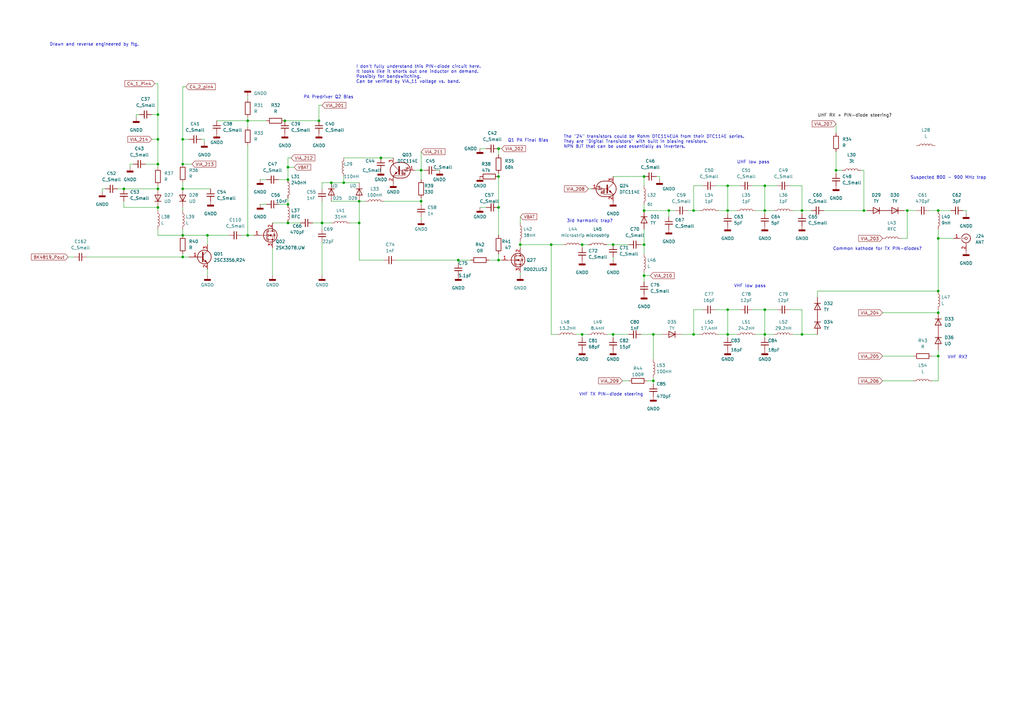
<source format=kicad_sch>
(kicad_sch (version 20230121) (generator eeschema)
  (paper "A3")
  (title_block (title "TX-Chain") (rev "ftg"))
  (lib_symbols
    (symbol "UV-K5:BFR92" (pin_names (offset 0) hide)
      (property "Reference" "Q" (at 5.08 1.905 0))
      (property "Value" "BFR92" (at 5.08 0 0))
      (symbol "BFR92_0_1"
        (polyline (pts (xy 0 0) (xy 0.635 0)))
        (polyline (pts (xy 0.635 0.635) (xy 2.54 2.54)))
        (polyline (pts (xy 2.54 -2.54) (xy 0.635 -0.635)))
        (polyline (pts (xy 0.635 1.905) (xy 0.635 0) (xy 0.635 -1.905) (xy 0.635 -1.905)) (stroke (width 0.508)))
        (polyline (pts (xy 2.286 -2.286) (xy 1.778 -1.27) (xy 1.27 -1.778) (xy 2.286 -2.286) (xy 2.286 -2.286)) (fill (type outline)))
        (circle (center 1.27 0) (radius 2.8194) (stroke (width 0.254)))
      )
      (symbol "BFR92_1_1"
        (pin input line (at -5.08 0 0) (length 5.08) (name "B") (number "1"))
        (pin passive line (at 2.54 -5.08 90) (length 2.54) (name "E") (number "2"))
        (pin passive line (at 2.54 5.08 270) (length 2.54) (name "C") (number "3"))
      )
    )
    (symbol "UV-K5:C_Small" (pin_numbers hide) (pin_names (offset 0.254) hide)
      (property "Reference" "C" (at 0.254 1.778 0))
      (property "Value" "C_Small" (at 0.254 -2.032 0))
      (symbol "C_Small_0_1"
        (polyline (pts (xy -1.524 -0.508) (xy 1.524 -0.508)) (stroke (width 0.3302)))
        (polyline (pts (xy -1.524 0.508) (xy 1.524 0.508)) (stroke (width 0.3048)))
      )
      (symbol "C_Small_1_1"
        (pin passive line (at 0 2.54 270) (length 2.032) (name "~") (number "1"))
        (pin passive line (at 0 -2.54 90) (length 2.032) (name "~") (number "2"))
      )
    )
    (symbol "UV-K5:Conn_Coaxial" (pin_names (offset 1.016) hide)
      (property "Reference" "J" (at 0.254 3.048 0))
      (property "Value" "Conn_Coaxial" (at 2.921 0 90))
      (symbol "Conn_Coaxial_0_1"
        (arc (start -1.778 -0.508) (mid 0.2311 -1.8066) (end 1.778 0) (stroke (width 0.254)))
        (polyline (pts (xy -2.54 0) (xy -0.508 0)))
        (polyline (pts (xy 0 -2.54) (xy 0 -1.778)))
        (circle (center 0 0) (radius 0.508) (stroke (width 0.2032)))
        (arc (start 1.778 0) (mid 0.2099 1.8101) (end -1.778 0.508) (stroke (width 0.254)))
      )
      (symbol "Conn_Coaxial_1_1"
        (pin passive line (at -5.08 0 0) (length 2.54) (name "In") (number "1"))
        (pin passive line (at 0 -5.08 90) (length 2.54) (name "Ext") (number "2"))
      )
    )
    (symbol "UV-K5:D" (pin_numbers hide) (pin_names (offset 1.016) hide)
      (property "Reference" "D" (at 0 2.54 0))
      (property "Value" "D" (at 0 -2.54 0))
      (symbol "D_0_1"
        (polyline (pts (xy -1.27 1.27) (xy -1.27 -1.27)) (stroke (width 0.254)))
        (polyline (pts (xy 1.27 0) (xy -1.27 0)))
        (polyline (pts (xy 1.27 1.27) (xy 1.27 -1.27) (xy -1.27 0) (xy 1.27 1.27)) (stroke (width 0.254)))
      )
      (symbol "D_1_1"
        (pin passive line (at -3.81 0 0) (length 2.54) (name "K") (number "1"))
        (pin passive line (at 3.81 0 180) (length 2.54) (name "A") (number "2"))
      )
    )
    (symbol "UV-K5:DTC114E" (pin_names (offset 0) hide)
      (property "Reference" "Q" (at 5.08 1.905 0))
      (property "Value" "DTC114E" (at 5.08 0 0))
      (symbol "DTC114E_0_0"
        (text "10k" (at -3.302 0.889 0) (effects (font (size 0.508 0.508))))
        (text "10k" (at -2.159 -1.524 900) (effects (font (size 0.508 0.508))))
      )
      (symbol "DTC114E_0_1"
        (circle (center -1.27 0) (radius 0.127))
        (arc (start -1.27 3.175) (mid -4.4312 0) (end -1.27 -3.175) (stroke (width 0.254)))
        (polyline (pts (xy -3.429 0) (xy -3.81 0)))
        (polyline (pts (xy -1.27 -3.175) (xy 0.635 -3.175)) (stroke (width 0.254)))
        (polyline (pts (xy -1.27 3.175) (xy 0.635 3.175)) (stroke (width 0.254)))
        (polyline (pts (xy 0 -0.254) (xy 2.54 2.286)))
        (polyline (pts (xy 0.127 1.524) (xy 0.127 -1.651)) (stroke (width 0.508)) (fill (type outline)))
        (polyline (pts (xy 2.54 2.286) (xy 2.54 2.54)))
        (polyline (pts (xy 2.54 -2.286) (xy 0 0.254) (xy 0 0.254)))
        (polyline (pts (xy 0.889 -1.143) (xy 1.397 -0.635) (xy 1.905 -1.651) (xy 0.889 -1.143)) (fill (type outline)))
        (polyline (pts (xy 0 0) (xy -1.905 0) (xy -2.032 0.508) (xy -2.286 -0.508) (xy -2.54 0.508) (xy -2.794 -0.508) (xy -3.048 0.508) (xy -3.302 -0.508) (xy -3.429 0)))
        (polyline (pts (xy -1.27 0) (xy -1.27 -0.381) (xy -0.762 -0.508) (xy -1.778 -0.762) (xy -0.762 -1.016) (xy -1.778 -1.27) (xy -0.762 -1.524) (xy -1.778 -1.778) (xy -1.27 -1.905) (xy -1.27 -2.286) (xy 2.54 -2.286)))
        (arc (start 0.635 -3.175) (mid 3.7962 0) (end 0.635 3.175) (stroke (width 0.254)))
        (circle (center 2.54 -2.286) (radius 0.127))
      )
      (symbol "DTC114E_1_1"
        (pin input line (at -6.35 0 0) (length 2.54) (name "B") (number "1"))
        (pin passive line (at 2.54 -5.08 90) (length 2.54) (name "E") (number "2"))
        (pin passive line (at 2.54 5.08 270) (length 2.54) (name "C") (number "3"))
      )
    )
    (symbol "UV-K5:IRF540N" (pin_names hide)
      (property "Reference" "Q" (at 6.35 1.905 0))
      (property "Value" "IRF540N" (at 6.35 0 0))
      (symbol "IRF540N_0_1"
        (polyline (pts (xy 0.254 0) (xy -2.54 0)))
        (polyline (pts (xy 0.254 1.905) (xy 0.254 -1.905)) (stroke (width 0.254)))
        (polyline (pts (xy 0.762 -1.27) (xy 0.762 -2.286)) (stroke (width 0.254)))
        (polyline (pts (xy 0.762 0.508) (xy 0.762 -0.508)) (stroke (width 0.254)))
        (polyline (pts (xy 0.762 2.286) (xy 0.762 1.27)) (stroke (width 0.254)))
        (polyline (pts (xy 2.54 2.54) (xy 2.54 1.778)))
        (polyline (pts (xy 2.54 -2.54) (xy 2.54 0) (xy 0.762 0)))
        (polyline (pts (xy 0.762 -1.778) (xy 3.302 -1.778) (xy 3.302 1.778) (xy 0.762 1.778)))
        (polyline (pts (xy 1.016 0) (xy 2.032 0.381) (xy 2.032 -0.381) (xy 1.016 0)) (fill (type outline)))
        (polyline (pts (xy 2.794 0.508) (xy 2.921 0.381) (xy 3.683 0.381) (xy 3.81 0.254)))
        (polyline (pts (xy 3.302 0.381) (xy 2.921 -0.254) (xy 3.683 -0.254) (xy 3.302 0.381)))
        (circle (center 1.651 0) (radius 2.794) (stroke (width 0.254)))
        (circle (center 2.54 -1.778) (radius 0.254) (fill (type outline)))
        (circle (center 2.54 1.778) (radius 0.254) (fill (type outline)))
      )
      (symbol "IRF540N_1_1"
        (pin input line (at -5.08 0 0) (length 2.54) (name "G") (number "1"))
        (pin passive line (at 2.54 5.08 270) (length 2.54) (name "D") (number "2"))
        (pin passive line (at 2.54 -5.08 90) (length 2.54) (name "S") (number "3"))
      )
    )
    (symbol "UV-K5:L" (pin_numbers hide) (pin_names (offset 1.016) hide)
      (property "Reference" "L" (at -1.27 0 90))
      (property "Value" "L" (at 1.905 0 90))
      (symbol "L_0_1"
        (arc (start 0 -2.54) (mid 0.6323 -1.905) (end 0 -1.27))
        (arc (start 0 -1.27) (mid 0.6323 -0.635) (end 0 0))
        (arc (start 0 0) (mid 0.6323 0.635) (end 0 1.27))
        (arc (start 0 1.27) (mid 0.6323 1.905) (end 0 2.54))
      )
      (symbol "L_1_1"
        (pin passive line (at 0 3.81 270) (length 1.27) (name "1") (number "1"))
        (pin passive line (at 0 -3.81 90) (length 1.27) (name "2") (number "2"))
      )
    )
    (symbol "UV-K5:R" (pin_numbers hide) (pin_names (offset 0))
      (property "Reference" "R" (at 2.032 0 90))
      (property "Value" "R" (at 0 0 90))
      (symbol "R_0_1"
        (rectangle (start -1.016 -2.54) (end 1.016 2.54) (stroke (width 0.254)))
      )
      (symbol "R_1_1"
        (pin passive line (at 0 3.81 270) (length 1.27) (name "~") (number "1"))
        (pin passive line (at 0 -3.81 90) (length 1.27) (name "~") (number "2"))
      )
    )
    (symbol "power:GNDD" (power) (pin_names (offset 0))
      (property "Value" "GNDD" (at 0 -3.175 0))
      (symbol "GNDD_0_1"
        (rectangle (start -1.27 -1.524) (end 1.27 -2.032) (stroke (width 0.254)) (fill (type outline)))
        (polyline (pts (xy 0 0) (xy 0 -1.524)))
      )
      (symbol "GNDD_1_1"
        (pin power_in line (at 0 0 270) (length 0) hide (name "GNDD") (number "1"))
      )
    )
  )
  (junction (at 74.93 67.31))
  (junction (at 64.77 67.31))
  (junction (at 204.47 72.39))
  (junction (at 384.81 128.27))
  (junction (at 264.16 72.39))
  (junction (at 384.81 86.36))
  (junction (at 204.47 85.09))
  (junction (at 384.81 119.38))
  (junction (at 213.36 100.33))
  (junction (at 101.6 96.52))
  (junction (at 274.32 86.36))
  (junction (at 101.6 49.53))
  (junction (at 172.72 82.55))
  (junction (at 74.93 105.41))
  (junction (at 284.48 137.16))
  (junction (at 74.93 77.47))
  (junction (at 298.45 86.36))
  (junction (at 354.33 86.36))
  (junction (at 64.77 85.09))
  (junction (at 264.16 86.36))
  (junction (at 384.81 97.79))
  (junction (at 147.32 82.55))
  (junction (at 118.11 91.44))
  (junction (at 132.08 91.44))
  (junction (at 313.69 76.2))
  (junction (at 130.81 49.53))
  (junction (at 147.32 91.44))
  (junction (at 140.97 74.93))
  (junction (at 372.11 86.36))
  (junction (at 264.16 100.33))
  (junction (at 298.45 137.16))
  (junction (at 64.77 57.15))
  (junction (at 226.06 100.33))
  (junction (at 313.69 137.16))
  (junction (at 85.09 96.52))
  (junction (at 251.46 100.33))
  (junction (at 238.76 100.33))
  (junction (at 328.93 86.36))
  (junction (at 313.69 127))
  (junction (at 298.45 76.2))
  (junction (at 187.96 106.68))
  (junction (at 116.84 49.53))
  (junction (at 64.77 46.99))
  (junction (at 342.9 69.85))
  (junction (at 264.16 113.03))
  (junction (at 384.81 146.05))
  (junction (at 74.93 96.52))
  (junction (at 313.69 86.36))
  (junction (at 135.89 74.93))
  (junction (at 328.93 137.16))
  (junction (at 238.76 137.16))
  (junction (at 251.46 137.16))
  (junction (at 172.72 69.85))
  (junction (at 118.11 73.66))
  (junction (at 267.97 137.16))
  (junction (at 64.77 77.47))
  (junction (at 204.47 106.68))
  (junction (at 156.21 64.77))
  (junction (at 284.48 86.36))
  (junction (at 118.11 68.58))
  (junction (at 74.93 57.15))
  (junction (at 267.97 156.21))
  (junction (at 118.11 83.82))
  (junction (at 50.8 77.47))
  (junction (at 298.45 127))
  (junction (at 204.47 60.96))
  (wire (pts (xy 64.77 96.52) (xy 74.93 96.52)))
  (wire (pts (xy 74.93 104.14) (xy 74.93 105.41)))
  (wire (pts (xy 226.06 100.33) (xy 226.06 137.16)))
  (wire (pts (xy 384.81 97.79) (xy 391.16 97.79)))
  (wire (pts (xy 130.81 43.18) (xy 130.81 49.53)))
  (wire (pts (xy 251.46 137.16) (xy 251.46 138.43)))
  (wire (pts (xy 238.76 137.16) (xy 241.3 137.16)))
  (wire (pts (xy 132.08 82.55) (xy 132.08 91.44)))
  (wire (pts (xy 284.48 86.36) (xy 287.02 86.36)))
  (wire (pts (xy 265.43 156.21) (xy 267.97 156.21)))
  (wire (pts (xy 62.23 46.99) (xy 64.77 46.99)))
  (wire (pts (xy 172.72 62.23) (xy 172.72 69.85)))
  (wire (pts (xy 118.11 68.58) (xy 118.11 73.66)))
  (wire (pts (xy 132.08 43.18) (xy 130.81 43.18)))
  (wire (pts (xy 140.97 72.39) (xy 140.97 74.93)))
  (wire (pts (xy 298.45 137.16) (xy 298.45 138.43)))
  (wire (pts (xy 270.51 72.39) (xy 270.51 73.66)))
  (wire (pts (xy 264.16 100.33) (xy 264.16 104.14)))
  (wire (pts (xy 74.93 35.56) (xy 74.93 57.15)))
  (wire (pts (xy 287.02 137.16) (xy 284.48 137.16)))
  (wire (pts (xy 264.16 111.76) (xy 264.16 113.03)))
  (wire (pts (xy 135.89 82.55) (xy 147.32 82.55)))
  (wire (pts (xy 64.77 76.2) (xy 64.77 77.47)))
  (wire (pts (xy 308.61 127) (xy 313.69 127)))
  (wire (pts (xy 264.16 83.82) (xy 264.16 86.36)))
  (wire (pts (xy 213.36 113.03) (xy 213.36 111.76)))
  (wire (pts (xy 135.89 74.93) (xy 132.08 74.93)))
  (wire (pts (xy 309.88 137.16) (xy 313.69 137.16)))
  (wire (pts (xy 342.9 50.8) (xy 342.9 54.61)))
  (wire (pts (xy 172.72 81.28) (xy 172.72 82.55)))
  (wire (pts (xy 274.32 86.36) (xy 274.32 88.9)))
  (wire (pts (xy 238.76 137.16) (xy 238.76 138.43)))
  (wire (pts (xy 53.34 67.31) (xy 53.34 68.58)))
  (wire (pts (xy 264.16 113.03) (xy 264.16 115.57)))
  (wire (pts (xy 55.88 46.99) (xy 55.88 48.26)))
  (wire (pts (xy 64.77 67.31) (xy 64.77 68.58)))
  (wire (pts (xy 238.76 100.33) (xy 238.76 101.6)))
  (wire (pts (xy 74.93 74.93) (xy 74.93 77.47)))
  (wire (pts (xy 64.77 93.98) (xy 64.77 96.52)))
  (wire (pts (xy 62.23 57.15) (xy 64.77 57.15)))
  (wire (pts (xy 118.11 68.58) (xy 120.65 68.58)))
  (wire (pts (xy 135.89 74.93) (xy 140.97 74.93)))
  (wire (pts (xy 342.9 62.23) (xy 342.9 69.85)))
  (wire (pts (xy 267.97 156.21) (xy 267.97 157.48)))
  (wire (pts (xy 172.72 73.66) (xy 172.72 69.85)))
  (wire (pts (xy 325.12 86.36) (xy 328.93 86.36)))
  (wire (pts (xy 85.09 96.52) (xy 93.98 96.52)))
  (wire (pts (xy 298.45 127) (xy 303.53 127)))
  (wire (pts (xy 147.32 82.55) (xy 147.32 91.44)))
  (wire (pts (xy 298.45 76.2) (xy 298.45 86.36)))
  (wire (pts (xy 101.6 49.53) (xy 109.22 49.53)))
  (wire (pts (xy 101.6 48.26) (xy 101.6 49.53)))
  (wire (pts (xy 288.29 76.2) (xy 284.48 76.2)))
  (wire (pts (xy 85.09 113.03) (xy 85.09 110.49)))
  (wire (pts (xy 83.82 57.15) (xy 83.82 58.42)))
  (wire (pts (xy 372.11 86.36) (xy 372.11 97.79)))
  (wire (pts (xy 384.81 97.79) (xy 384.81 119.38)))
  (wire (pts (xy 384.81 93.98) (xy 384.81 97.79)))
  (wire (pts (xy 196.85 60.96) (xy 199.39 60.96)))
  (wire (pts (xy 236.22 137.16) (xy 238.76 137.16)))
  (wire (pts (xy 213.36 100.33) (xy 226.06 100.33)))
  (wire (pts (xy 118.11 91.44) (xy 123.19 91.44)))
  (wire (pts (xy 143.51 91.44) (xy 147.32 91.44)))
  (wire (pts (xy 255.27 156.21) (xy 257.81 156.21)))
  (wire (pts (xy 342.9 69.85) (xy 345.44 69.85)))
  (wire (pts (xy 204.47 85.09) (xy 204.47 96.52)))
  (wire (pts (xy 337.82 86.36) (xy 354.33 86.36)))
  (wire (pts (xy 328.93 137.16) (xy 325.12 137.16)))
  (wire (pts (xy 114.3 83.82) (xy 118.11 83.82)))
  (wire (pts (xy 248.92 137.16) (xy 251.46 137.16)))
  (wire (pts (xy 264.16 86.36) (xy 274.32 86.36)))
  (wire (pts (xy 394.97 86.36) (xy 396.24 86.36)))
  (wire (pts (xy 196.85 85.09) (xy 199.39 85.09)))
  (wire (pts (xy 132.08 99.06) (xy 132.08 113.03)))
  (wire (pts (xy 35.56 105.41) (xy 74.93 105.41)))
  (wire (pts (xy 354.33 69.85) (xy 354.33 86.36)))
  (wire (pts (xy 342.9 69.85) (xy 342.9 71.12)))
  (wire (pts (xy 298.45 76.2) (xy 303.53 76.2)))
  (wire (pts (xy 264.16 113.03) (xy 266.7 113.03)))
  (wire (pts (xy 226.06 137.16) (xy 228.6 137.16)))
  (wire (pts (xy 213.36 99.06) (xy 213.36 100.33)))
  (wire (pts (xy 288.29 127) (xy 284.48 127)))
  (wire (pts (xy 204.47 106.68) (xy 205.74 106.68)))
  (wire (pts (xy 50.8 77.47) (xy 64.77 77.47)))
  (wire (pts (xy 156.21 64.77) (xy 161.29 64.77)))
  (wire (pts (xy 384.81 86.36) (xy 389.89 86.36)))
  (wire (pts (xy 128.27 91.44) (xy 132.08 91.44)))
  (wire (pts (xy 204.47 71.12) (xy 204.47 72.39)))
  (wire (pts (xy 111.76 113.03) (xy 111.76 101.6)))
  (wire (pts (xy 313.69 76.2) (xy 313.69 86.36)))
  (wire (pts (xy 193.04 106.68) (xy 187.96 106.68)))
  (wire (pts (xy 74.93 57.15) (xy 74.93 67.31)))
  (wire (pts (xy 76.2 35.56) (xy 74.93 35.56)))
  (wire (pts (xy 302.26 137.16) (xy 298.45 137.16)))
  (wire (pts (xy 116.84 49.53) (xy 130.81 49.53)))
  (wire (pts (xy 64.77 34.29) (xy 64.77 46.99)))
  (wire (pts (xy 119.38 64.77) (xy 118.11 64.77)))
  (wire (pts (xy 384.81 128.27) (xy 384.81 127)))
  (wire (pts (xy 172.72 88.9) (xy 172.72 90.17)))
  (wire (pts (xy 173.99 69.85) (xy 172.72 69.85)))
  (wire (pts (xy 335.28 119.38) (xy 335.28 121.92)))
  (wire (pts (xy 313.69 137.16) (xy 313.69 138.43)))
  (wire (pts (xy 298.45 86.36) (xy 298.45 87.63)))
  (wire (pts (xy 354.33 86.36) (xy 355.6 86.36)))
  (wire (pts (xy 318.77 127) (xy 313.69 127)))
  (wire (pts (xy 213.36 100.33) (xy 213.36 101.6)))
  (wire (pts (xy 63.5 34.29) (xy 64.77 34.29)))
  (wire (pts (xy 213.36 88.9) (xy 213.36 91.44)))
  (wire (pts (xy 281.94 86.36) (xy 284.48 86.36)))
  (wire (pts (xy 308.61 76.2) (xy 313.69 76.2)))
  (wire (pts (xy 381 86.36) (xy 384.81 86.36)))
  (wire (pts (xy 172.72 82.55) (xy 172.72 83.82)))
  (wire (pts (xy 179.07 69.85) (xy 180.34 69.85)))
  (wire (pts (xy 328.93 137.16) (xy 335.28 137.16)))
  (wire (pts (xy 284.48 127) (xy 284.48 137.16)))
  (wire (pts (xy 226.06 100.33) (xy 231.14 100.33)))
  (wire (pts (xy 372.11 86.36) (xy 375.92 86.36)))
  (wire (pts (xy 313.69 86.36) (xy 317.5 86.36)))
  (wire (pts (xy 147.32 106.68) (xy 157.48 106.68)))
  (wire (pts (xy 313.69 86.36) (xy 313.69 87.63)))
  (wire (pts (xy 293.37 127) (xy 298.45 127)))
  (wire (pts (xy 267.97 154.94) (xy 267.97 156.21)))
  (wire (pts (xy 298.45 137.16) (xy 298.45 127)))
  (wire (pts (xy 269.24 72.39) (xy 270.51 72.39)))
  (wire (pts (xy 264.16 72.39) (xy 264.16 76.2)))
  (wire (pts (xy 384.81 146.05) (xy 384.81 156.21)))
  (wire (pts (xy 41.91 77.47) (xy 41.91 78.74)))
  (wire (pts (xy 101.6 49.53) (xy 101.6 52.07)))
  (wire (pts (xy 149.86 82.55) (xy 147.32 82.55)))
  (wire (pts (xy 114.3 73.66) (xy 118.11 73.66)))
  (wire (pts (xy 328.93 127) (xy 328.93 137.16)))
  (wire (pts (xy 396.24 86.36) (xy 396.24 87.63)))
  (wire (pts (xy 323.85 127) (xy 328.93 127)))
  (wire (pts (xy 204.47 60.96) (xy 205.74 60.96)))
  (wire (pts (xy 274.32 86.36) (xy 276.86 86.36)))
  (wire (pts (xy 74.93 77.47) (xy 86.36 77.47)))
  (wire (pts (xy 43.18 77.47) (xy 41.91 77.47)))
  (wire (pts (xy 251.46 106.68) (xy 251.46 105.41)))
  (wire (pts (xy 251.46 72.39) (xy 264.16 72.39)))
  (wire (pts (xy 313.69 127) (xy 313.69 137.16)))
  (wire (pts (xy 384.81 143.51) (xy 384.81 146.05)))
  (wire (pts (xy 88.9 49.53) (xy 101.6 49.53)))
  (wire (pts (xy 48.26 77.47) (xy 50.8 77.47)))
  (wire (pts (xy 382.27 156.21) (xy 384.81 156.21)))
  (wire (pts (xy 147.32 91.44) (xy 147.32 106.68)))
  (wire (pts (xy 101.6 39.37) (xy 101.6 40.64)))
  (wire (pts (xy 187.96 106.68) (xy 187.96 107.95)))
  (wire (pts (xy 267.97 137.16) (xy 267.97 147.32)))
  (wire (pts (xy 204.47 60.96) (xy 204.47 63.5)))
  (wire (pts (xy 106.68 83.82) (xy 109.22 83.82)))
  (wire (pts (xy 294.64 86.36) (xy 298.45 86.36)))
  (wire (pts (xy 74.93 96.52) (xy 85.09 96.52)))
  (wire (pts (xy 74.93 67.31) (xy 78.74 67.31)))
  (wire (pts (xy 241.3 77.47) (xy 242.57 77.47)))
  (wire (pts (xy 118.11 64.77) (xy 118.11 68.58)))
  (wire (pts (xy 101.6 59.69) (xy 101.6 96.52)))
  (wire (pts (xy 264.16 100.33) (xy 264.16 93.98)))
  (wire (pts (xy 64.77 46.99) (xy 64.77 57.15)))
  (wire (pts (xy 64.77 57.15) (xy 64.77 67.31)))
  (wire (pts (xy 200.66 106.68) (xy 204.47 106.68)))
  (wire (pts (xy 309.88 86.36) (xy 313.69 86.36)))
  (wire (pts (xy 328.93 87.63) (xy 328.93 86.36)))
  (wire (pts (xy 294.64 137.16) (xy 298.45 137.16)))
  (wire (pts (xy 251.46 137.16) (xy 257.81 137.16)))
  (wire (pts (xy 157.48 82.55) (xy 172.72 82.55)))
  (wire (pts (xy 85.09 96.52) (xy 85.09 100.33)))
  (wire (pts (xy 335.28 119.38) (xy 384.81 119.38)))
  (wire (pts (xy 77.47 105.41) (xy 74.93 105.41)))
  (wire (pts (xy 101.6 96.52) (xy 104.14 96.52)))
  (wire (pts (xy 64.77 86.36) (xy 64.77 85.09)))
  (wire (pts (xy 77.47 57.15) (xy 74.93 57.15)))
  (wire (pts (xy 318.77 76.2) (xy 313.69 76.2)))
  (wire (pts (xy 140.97 74.93) (xy 147.32 74.93)))
  (wire (pts (xy 204.47 72.39) (xy 204.47 85.09)))
  (wire (pts (xy 372.11 97.79) (xy 369.57 97.79)))
  (wire (pts (xy 328.93 86.36) (xy 332.74 86.36)))
  (wire (pts (xy 82.55 57.15) (xy 83.82 57.15)))
  (wire (pts (xy 354.33 69.85) (xy 353.06 69.85)))
  (wire (pts (xy 54.61 67.31) (xy 53.34 67.31)))
  (wire (pts (xy 132.08 74.93) (xy 132.08 77.47)))
  (wire (pts (xy 204.47 104.14) (xy 204.47 106.68)))
  (wire (pts (xy 132.08 91.44) (xy 135.89 91.44)))
  (wire (pts (xy 106.68 73.66) (xy 109.22 73.66)))
  (wire (pts (xy 50.8 82.55) (xy 50.8 85.09)))
  (wire (pts (xy 74.93 85.09) (xy 74.93 86.36)))
  (wire (pts (xy 328.93 76.2) (xy 328.93 86.36)))
  (wire (pts (xy 262.89 100.33) (xy 264.16 100.33)))
  (wire (pts (xy 57.15 46.99) (xy 55.88 46.99)))
  (wire (pts (xy 298.45 76.2) (xy 293.37 76.2)))
  (wire (pts (xy 361.95 156.21) (xy 374.65 156.21)))
  (wire (pts (xy 284.48 76.2) (xy 284.48 86.36)))
  (wire (pts (xy 262.89 137.16) (xy 267.97 137.16)))
  (wire (pts (xy 238.76 100.33) (xy 241.3 100.33)))
  (wire (pts (xy 74.93 93.98) (xy 74.93 96.52)))
  (wire (pts (xy 162.56 106.68) (xy 187.96 106.68)))
  (wire (pts (xy 323.85 76.2) (xy 328.93 76.2)))
  (wire (pts (xy 132.08 91.44) (xy 132.08 93.98)))
  (wire (pts (xy 361.95 128.27) (xy 384.81 128.27)))
  (wire (pts (xy 298.45 86.36) (xy 302.26 86.36)))
  (wire (pts (xy 384.81 146.05) (xy 382.27 146.05)))
  (wire (pts (xy 317.5 137.16) (xy 313.69 137.16)))
  (wire (pts (xy 170.18 69.85) (xy 172.72 69.85)))
  (wire (pts (xy 248.92 100.33) (xy 251.46 100.33)))
  (wire (pts (xy 59.69 67.31) (xy 64.77 67.31)))
  (wire (pts (xy 251.46 100.33) (xy 257.81 100.33)))
  (wire (pts (xy 118.11 81.28) (xy 118.11 83.82)))
  (wire (pts (xy 361.95 146.05) (xy 374.65 146.05)))
  (wire (pts (xy 111.76 91.44) (xy 118.11 91.44)))
  (wire (pts (xy 27.94 105.41) (xy 30.48 105.41)))
  (wire (pts (xy 50.8 85.09) (xy 64.77 85.09)))
  (wire (pts (xy 279.4 137.16) (xy 284.48 137.16)))
  (wire (pts (xy 267.97 137.16) (xy 271.78 137.16)))
  (wire (pts (xy 140.97 64.77) (xy 156.21 64.77)))
  (wire (pts (xy 99.06 96.52) (xy 101.6 96.52)))
  (wire (pts (xy 372.11 86.36) (xy 370.84 86.36)))
  (text "VHF low pass\n" (at 300.99 118.11 0) (effects (font (size 1.27 1.27)) (justify left bottom)))
  (text "The \"24\" transistors could be Rohm DTC114EUA from their DTC114E series.\nThey are \"Digital Transistors\" with built in biasing resistors.\nNPN BJT that can be used essentially as inverters. " (at 231.14 60.96 0) (effects (font (size 1.27 1.27)) (justify left bottom)))
  (text "PA Predriver Q2 Bias\n" (at 124.46 40.64 0) (effects (font (size 1.27 1.27)) (justify left bottom)))
  (text "Drawn and reverse engineered by ftg.\n" (at 20.32 19.05 0) (effects (font (size 1.27 1.27)) (justify left bottom)))
  (text "VHF RX?" (at 388.62 147.32 0) (effects (font (size 1.27 1.27)) (justify left bottom)))
  (text "UHF low pass\n" (at 302.26 67.31 0) (effects (font (size 1.27 1.27)) (justify left bottom)))
  (text "Suspected 800 - 900 MHz trap\n" (at 373.38 73.66 0) (effects (font (size 1.27 1.27)) (justify left bottom)))
  (text "Common kathode for TX PIN-diodes?\n" (at 341.63 102.87 0) (effects (font (size 1.27 1.27)) (justify left bottom)))
  (text "Q1 PA Final Bias\n" (at 208.28 58.42 0) (effects (font (size 1.27 1.27)) (justify left bottom)))
  (text "I don't fully understand this PIN-diode circuit here.\nIt looks like it shorts out one inductor on demand.\nPossibly for bandswitching.\nCan be verified by VIA_11 voltage vs. band." (at 146.05 34.29 0) (effects (font (size 1.27 1.27)) (justify left bottom)))
  (text "3rd harmonic trap?" (at 232.41 91.44 0) (effects (font (size 1.27 1.27)) (justify left bottom)))
  (text "VHF TX PIN-diode steering" (at 237.49 162.56 0) (effects (font (size 1.27 1.27)) (justify left bottom)))
  (label "UHF RX + PIN-diode steering?" (at 335.28 48.26 0))
  (global_label "VIA_210" (shape input) (at 266.7 113.03 0) (property "Intersheetrefs" "${INTERSHEET_REFS}" (at 276.4912 112.9506 0) (effects (justify left))))
  (global_label "C4_1_Pin4" (shape input) (at 63.5 34.29 180) (property "Intersheetrefs" "${INTERSHEET_REFS}" (at 51.2293 34.2106 0) (effects (justify right))))
  (global_label "VIA_214" (shape input) (at 62.23 57.15 180) (property "Intersheetrefs" "${INTERSHEET_REFS}" (at 52.4388 57.0706 0) (effects (justify right))))
  (global_label "VIA_208" (shape input) (at 241.3 77.47 180) (property "Intersheetrefs" "${INTERSHEET_REFS}" (at 231.5088 77.3906 0) (effects (justify right))))
  (global_label "VIA_207" (shape input) (at 342.9 50.8 180) (property "Intersheetrefs" "${INTERSHEET_REFS}" (at 333.1088 50.7206 0) (effects (justify right))))
  (global_label "VIA_203" (shape input) (at 361.95 97.79 180) (property "Intersheetrefs" "${INTERSHEET_REFS}" (at 352.1588 97.7106 0) (effects (justify right))))
  (global_label "VIA_211" (shape input) (at 172.72 62.23 0) (property "Intersheetrefs" "${INTERSHEET_REFS}" (at 182.5112 62.1506 0) (effects (justify left))))
  (global_label "VIA_206" (shape input) (at 361.95 156.21 180) (property "Intersheetrefs" "${INTERSHEET_REFS}" (at 352.1588 156.1306 0) (effects (justify right))))
  (global_label "VIA_205" (shape input) (at 361.95 146.05 180) (property "Intersheetrefs" "${INTERSHEET_REFS}" (at 352.1588 145.9706 0) (effects (justify right))))
  (global_label "VIA_213" (shape input) (at 78.74 67.31 0) (property "Intersheetrefs" "${INTERSHEET_REFS}" (at 88.5312 67.2306 0) (effects (justify left))))
  (global_label "VIA_201" (shape input) (at 132.08 43.18 0) (property "Intersheetrefs" "${INTERSHEET_REFS}" (at 141.8712 43.1006 0) (effects (justify left))))
  (global_label "VBAT" (shape input) (at 213.36 88.9 0) (property "Intersheetrefs" "${INTERSHEET_REFS}" (at 220.1879 88.8206 0) (effects (justify left))))
  (global_label "VIA_204" (shape input) (at 361.95 128.27 180) (property "Intersheetrefs" "${INTERSHEET_REFS}" (at 352.1588 128.1906 0) (effects (justify right))))
  (global_label "VIA_212" (shape input) (at 119.38 64.77 0) (property "Intersheetrefs" "${INTERSHEET_REFS}" (at 129.1712 64.6906 0) (effects (justify left))))
  (global_label "BK4819_Pout" (shape input) (at 27.94 105.41 180) (property "Intersheetrefs" "${INTERSHEET_REFS}" (at 12.3949 105.41 0) (effects (justify right))))
  (global_label "VIA_209" (shape input) (at 255.27 156.21 180) (property "Intersheetrefs" "${INTERSHEET_REFS}" (at 245.4788 156.1306 0) (effects (justify right))))
  (global_label "VBAT" (shape input) (at 120.65 68.58 0) (property "Intersheetrefs" "${INTERSHEET_REFS}" (at 127.4779 68.5006 0) (effects (justify left))))
  (global_label "VIA_202" (shape input) (at 205.74 60.96 0) (property "Intersheetrefs" "${INTERSHEET_REFS}" (at 215.5312 60.8806 0) (effects (justify left))))
  (global_label "C4_2_pin4" (shape input) (at 76.2 35.56 0) (property "Intersheetrefs" "${INTERSHEET_REFS}" (at 88.3498 35.4806 0) (effects (justify left))))
  (symbol (lib_id "UV-K5:L") (at 379.73 59.69 90) (unit 1)
    (property "Reference" "L28" (at 379.73 53.34 90))
    (property "Value" "L" (at 379.73 55.88 90))
  )
  (symbol (lib_id "power:GNDD") (at 180.34 69.85 0) (unit 1)
    (property "Reference" "#PWR049" (effects hide))
    (property "Value" "GNDD" (at 182.88 73.66 0) (effects (justify right)))
  )
  (symbol (lib_id "UV-K5:C_Small") (at 335.28 86.36 270) (unit 1)
    (property "Reference" "C60" (at 335.2736 80.01 90))
    (property "Value" "C_Small" (at 335.2736 82.55 90))
  )
  (symbol (lib_id "power:GNDD") (at 130.81 54.61 0) (unit 1)
    (property "Reference" "#PWR044" (effects hide))
    (property "Value" "GNDD" (at 130.81 59.69 0))
  )
  (symbol (lib_id "UV-K5:C_Small") (at 86.36 80.01 0) (unit 1)
    (property "Reference" "C54" (at 88.9 78.7462 0) (effects (justify left)))
    (property "Value" "C_Small" (at 88.9 81.2862 0) (effects (justify left)))
  )
  (symbol (lib_id "UV-K5:C_Small") (at 260.35 137.16 270) (unit 1)
    (property "Reference" "C80" (at 260.35 132.08 90))
    (property "Value" "1nF" (at 260.35 134.62 90))
  )
  (symbol (lib_id "UV-K5:C_Small") (at 116.84 52.07 0) (unit 1)
    (property "Reference" "C39" (at 119.38 50.8062 0) (effects (justify left)))
    (property "Value" "C_Small" (at 119.38 53.3462 0) (effects (justify left)))
  )
  (symbol (lib_id "power:GNDD") (at 132.08 113.03 0) (unit 1)
    (property "Reference" "#PWR067" (effects hide))
    (property "Value" "GNDD" (at 132.08 116.84 0))
  )
  (symbol (lib_id "power:GNDD") (at 298.45 143.51 0) (unit 1)
    (property "Reference" "#PWR077" (effects hide))
    (property "Value" "GNDD" (at 298.45 147.32 0))
  )
  (symbol (lib_id "power:GNDD") (at 270.51 73.66 0) (unit 1)
    (property "Reference" "#PWR052" (effects hide))
    (property "Value" "GNDD" (at 274.32 77.47 0))
  )
  (symbol (lib_id "UV-K5:C_Small") (at 238.76 104.14 0) (unit 1)
    (property "Reference" "C72" (at 241.3 102.8762 0) (effects (justify left)))
    (property "Value" "C_Small" (at 241.3 105.4162 0) (effects (justify left)))
  )
  (symbol (lib_id "UV-K5:L") (at 74.93 90.17 0) (unit 1)
    (property "Reference" "L39" (at 76.2 88.9 0) (effects (justify left)))
    (property "Value" "L" (at 76.2 91.44 0) (effects (justify left)))
  )
  (symbol (lib_id "power:GNDD") (at 172.72 90.17 0) (unit 1)
    (property "Reference" "#PWR061" (effects hide))
    (property "Value" "GNDD" (at 172.72 93.98 0))
  )
  (symbol (lib_id "UV-K5:C_Small") (at 342.9 73.66 0) (unit 1)
    (property "Reference" "C48" (at 345.44 72.3962 0) (effects (justify left)))
    (property "Value" "C_Small" (at 345.44 74.9362 0) (effects (justify left)))
  )
  (symbol (lib_id "UV-K5:L") (at 365.76 97.79 90) (unit 1)
    (property "Reference" "L43" (at 365.76 91.44 90))
    (property "Value" "RFC" (at 365.76 93.98 90))
  )
  (symbol (lib_id "power:GNDD") (at 196.85 60.96 0) (unit 1)
    (property "Reference" "#PWR046" (effects hide))
    (property "Value" "GNDD" (at 193.04 60.96 0))
  )
  (symbol (lib_id "power:GNDD") (at 264.16 120.65 0) (unit 1)
    (property "Reference" "#PWR074" (effects hide))
    (property "Value" "GNDD" (at 264.16 125.73 0))
  )
  (symbol (lib_id "UV-K5:DTC114E") (at 248.92 77.47 0) (unit 1)
    (property "Reference" "Q24" (at 254 76.1999 0) (effects (justify left)))
    (property "Value" "DTC114E" (at 254 78.7399 0) (effects (justify left)))
  )
  (symbol (lib_id "UV-K5:C_Small") (at 298.45 140.97 0) (unit 1)
    (property "Reference" "C83" (at 299.72 139.7 0) (effects (justify left)))
    (property "Value" "16pF" (at 299.72 143.51 0) (effects (justify left)))
  )
  (symbol (lib_id "UV-K5:C_Small") (at 96.52 96.52 270) (unit 1)
    (property "Reference" "C110" (at 96.5136 90.17 90))
    (property "Value" "C_Small" (at 96.5136 92.71 90))
  )
  (symbol (lib_id "UV-K5:C_Small") (at 57.15 67.31 270) (unit 1)
    (property "Reference" "C43" (at 57.1436 60.96 90))
    (property "Value" "C_Small" (at 57.1436 63.5 90))
  )
  (symbol (lib_id "UV-K5:L") (at 264.16 107.95 0) (unit 1)
    (property "Reference" "L46" (at 265.43 106.6799 0) (effects (justify left)))
    (property "Value" "L" (at 265.43 109.2199 0) (effects (justify left)))
  )
  (symbol (lib_id "UV-K5:C_Small") (at 264.16 118.11 0) (unit 1)
    (property "Reference" "C76" (at 266.7 116.8462 0) (effects (justify left)))
    (property "Value" "C_Small" (at 266.7 119.38 0) (effects (justify left)))
  )
  (symbol (lib_id "UV-K5:D") (at 275.59 137.16 0) (mirror y) (unit 1)
    (property "Reference" "D35" (at 275.59 132.08 0))
    (property "Value" "TY" (at 275.59 134.62 0))
  )
  (symbol (lib_id "UV-K5:C_Small") (at 378.46 86.36 270) (unit 1)
    (property "Reference" "C61" (at 378.4536 80.01 90))
    (property "Value" "470pF" (at 378.4536 82.55 90))
  )
  (symbol (lib_id "power:GNDD") (at 88.9 54.61 0) (unit 1)
    (property "Reference" "#PWR042" (effects hide))
    (property "Value" "GNDD" (at 88.9 58.42 0))
  )
  (symbol (lib_id "UV-K5:C_Small") (at 132.08 80.01 0) (unit 1)
    (property "Reference" "C55" (at 125.73 78.74 0) (effects (justify left)))
    (property "Value" "1nF" (at 125.73 81.28 0) (effects (justify left)))
  )
  (symbol (lib_id "UV-K5:L") (at 118.11 87.63 0) (unit 1)
    (property "Reference" "L37" (at 119.38 86.3599 0) (effects (justify left)))
    (property "Value" "RFC" (at 119.38 88.8999 0) (effects (justify left)))
  )
  (symbol (lib_id "UV-K5:D") (at 384.81 132.08 90) (mirror x) (unit 1)
    (property "Reference" "D33" (at 387.35 130.8099 90) (effects (justify right)))
    (property "Value" "UD" (at 387.35 133.3499 90) (effects (justify right)))
  )
  (symbol (lib_id "UV-K5:C_Small") (at 290.83 127 270) (unit 1)
    (property "Reference" "C77" (at 290.83 120.65 90))
    (property "Value" "16pF" (at 290.83 123.19 90))
  )
  (symbol (lib_id "power:GNDD") (at 267.97 162.56 0) (unit 1)
    (property "Reference" "#PWR079" (effects hide))
    (property "Value" "GNDD" (at 267.97 167.64 0))
  )
  (symbol (lib_id "UV-K5:R") (at 64.77 72.39 180) (unit 1)
    (property "Reference" "R37" (at 67.31 71.1199 0) (effects (justify right)))
    (property "Value" "R" (at 67.31 73.6599 0) (effects (justify right)))
  )
  (symbol (lib_id "UV-K5:C_Small") (at 130.81 52.07 0) (unit 1)
    (property "Reference" "C40" (at 133.35 50.8062 0) (effects (justify left)))
    (property "Value" "C_Small" (at 133.35 53.3462 0) (effects (justify left)))
  )
  (symbol (lib_id "UV-K5:C_Small") (at 33.02 105.41 270) (unit 1)
    (property "Reference" "C162" (at 33.0136 99.06 90))
    (property "Value" "C_Small" (at 33.0136 101.6 90))
  )
  (symbol (lib_id "power:GNDD") (at 251.46 106.68 0) (unit 1)
    (property "Reference" "#PWR069" (effects hide))
    (property "Value" "GNDD" (at 251.46 111.76 0))
  )
  (symbol (lib_id "power:GNDD") (at 313.69 92.71 0) (unit 1)
    (property "Reference" "#PWR063" (effects hide))
    (property "Value" "GNDD" (at 313.69 97.79 0))
  )
  (symbol (lib_id "UV-K5:D") (at 74.93 81.28 90) (unit 1)
    (property "Reference" "D28" (at 77.47 80.0099 90) (effects (justify right)))
    (property "Value" "UD" (at 77.47 82.5499 90) (effects (justify right)))
  )
  (symbol (lib_id "UV-K5:R") (at 204.47 67.31 180) (unit 1)
    (property "Reference" "R35" (at 207.01 66.0399 0) (effects (justify right)))
    (property "Value" "68k" (at 207.01 68.5799 0) (effects (justify right)))
  )
  (symbol (lib_id "UV-K5:L") (at 153.67 82.55 90) (unit 1)
    (property "Reference" "L33" (at 153.67 77.47 90))
    (property "Value" "100nH" (at 153.67 80.01 90))
  )
  (symbol (lib_id "UV-K5:C_Small") (at 201.93 85.09 270) (unit 1)
    (property "Reference" "C57" (at 200.66 80.01 90))
    (property "Value" "C_Small" (at 200.66 82.55 90))
  )
  (symbol (lib_id "UV-K5:C_Small") (at 176.53 69.85 270) (unit 1)
    (property "Reference" "C45" (at 176.53 66.04 90))
    (property "Value" "C_Small" (at 181.61 68.58 90))
  )
  (symbol (lib_id "UV-K5:DTC114E") (at 163.83 69.85 0) (mirror y) (unit 1)
    (property "Reference" "Q03" (at 168.91 63.5 0) (effects (justify left)))
    (property "Value" "DTC114E" (at 171.45 66.04 0) (effects (justify left)))
  )
  (symbol (lib_id "UV-K5:C_Small") (at 313.69 140.97 0) (unit 1)
    (property "Reference" "C84" (at 314.96 139.7 0) (effects (justify left)))
    (property "Value" "18pF" (at 314.96 143.51 0) (effects (justify left)))
  )
  (symbol (lib_id "UV-K5:C_Small") (at 274.32 91.44 0) (unit 1)
    (property "Reference" "C67" (at 276.86 90.1762 0) (effects (justify left)))
    (property "Value" "C_Small" (at 276.86 92.7162 0) (effects (justify left)))
  )
  (symbol (lib_id "UV-K5:C_Small") (at 160.02 106.68 90) (unit 1)
    (property "Reference" "C74" (at 160.0263 100.33 90))
    (property "Value" "1nF" (at 160.0263 102.87 90))
  )
  (symbol (lib_id "UV-K5:L") (at 234.95 100.33 90) (unit 1)
    (property "Reference" "L44" (at 234.95 93.98 90))
    (property "Value" "microstrip" (at 234.95 96.52 90))
  )
  (symbol (lib_id "power:GNDD") (at 213.36 113.03 0) (unit 1)
    (property "Reference" "#PWR072" (effects hide))
    (property "Value" "GNDD" (at 213.36 118.11 0))
  )
  (symbol (lib_id "UV-K5:L") (at 140.97 68.58 180) (unit 1)
    (property "Reference" "L29" (at 140.97 67.31 0) (effects (justify right)))
    (property "Value" "110nH" (at 140.97 72.39 0) (effects (justify right)))
  )
  (symbol (lib_id "UV-K5:C_Small") (at 156.21 67.31 0) (unit 1)
    (property "Reference" "C44" (at 149.86 66.04 0) (effects (justify left)))
    (property "Value" "C_Small" (at 148.59 69.85 0) (effects (justify left)))
  )
  (symbol (lib_id "power:GNDD") (at 328.93 92.71 0) (unit 1)
    (property "Reference" "#PWR064" (effects hide))
    (property "Value" "GNDD" (at 328.93 97.79 0))
  )
  (symbol (lib_id "power:GNDD") (at 251.46 82.55 0) (unit 1)
    (property "Reference" "#PWR057" (effects hide))
    (property "Value" "GNDD" (at 251.46 87.63 0))
  )
  (symbol (lib_id "power:GNDD") (at 313.69 143.51 0) (unit 1)
    (property "Reference" "#PWR078" (effects hide))
    (property "Value" "GNDD" (at 313.69 147.32 0))
  )
  (symbol (lib_id "UV-K5:C_Small") (at 59.69 46.99 270) (unit 1)
    (property "Reference" "C37" (at 59.6836 40.64 90))
    (property "Value" "C_Small" (at 59.6836 43.18 90))
  )
  (symbol (lib_id "power:GNDD") (at 101.6 39.37 180) (unit 1)
    (property "Reference" "#PWR040" (effects hide))
    (property "Value" "GNDD" (at 104.14 38.2904 0) (effects (justify right)))
  )
  (symbol (lib_id "UV-K5:R") (at 74.93 100.33 180) (unit 1)
    (property "Reference" "R40" (at 77.47 99.0599 0) (effects (justify right)))
    (property "Value" "R" (at 77.47 101.5999 0) (effects (justify right)))
  )
  (symbol (lib_id "UV-K5:C_Small") (at 321.31 127 270) (unit 1)
    (property "Reference" "C79" (at 321.31 120.65 90))
    (property "Value" "12pF" (at 321.31 123.19 90))
  )
  (symbol (lib_id "UV-K5:C_Small") (at 88.9 52.07 0) (unit 1)
    (property "Reference" "C38" (at 91.44 50.8062 0) (effects (justify left)))
    (property "Value" "C_Small" (at 91.44 53.3462 0) (effects (justify left)))
  )
  (symbol (lib_id "power:GNDD") (at 83.82 58.42 0) (unit 1)
    (property "Reference" "#PWR045" (effects hide))
    (property "Value" "GNDD" (at 83.82 63.5 0))
  )
  (symbol (lib_id "power:GNDD") (at 156.21 69.85 0) (unit 1)
    (property "Reference" "#PWR048" (effects hide))
    (property "Value" "GNDD" (at 156.21 73.66 0))
  )
  (symbol (lib_id "power:GNDD") (at 298.45 92.71 0) (unit 1)
    (property "Reference" "#PWR062" (effects hide))
    (property "Value" "GNDD" (at 298.45 97.79 0))
  )
  (symbol (lib_id "UV-K5:R") (at 172.72 77.47 180) (unit 1)
    (property "Reference" "R39" (at 173.99 76.2 0) (effects (justify right)))
    (property "Value" "330" (at 173.99 78.74 0) (effects (justify right)))
  )
  (symbol (lib_id "UV-K5:C_Small") (at 201.93 60.96 270) (unit 1)
    (property "Reference" "C42" (at 201.9236 54.61 90))
    (property "Value" "C_Small" (at 201.9236 57.15 90))
  )
  (symbol (lib_id "power:GNDD") (at 196.85 72.39 0) (unit 1)
    (property "Reference" "#PWR050" (effects hide))
    (property "Value" "GNDD" (at 196.85 76.2 0))
  )
  (symbol (lib_id "UV-K5:IRF540N") (at 109.22 96.52 0) (unit 1)
    (property "Reference" "Q02" (at 113.03 99.06 0) (effects (justify left)))
    (property "Value" "2SK3078,UW" (at 113.03 101.6 0) (effects (justify left)))
    (property "Footprint" "Package_TO_SOT_THT:TO-220-3_Vertical" (effects hide))
    (property "Datasheet" "http://www.irf.com/product-info/datasheets/data/irf540n.pdf" (effects hide))
  )
  (symbol (lib_id "UV-K5:C_Small") (at 172.72 86.36 0) (unit 1)
    (property "Reference" "C58" (at 175.26 85.0963 0) (effects (justify left)))
    (property "Value" "1n" (at 175.26 87.6363 0) (effects (justify left)))
  )
  (symbol (lib_id "UV-K5:C_Small") (at 266.7 72.39 270) (unit 1)
    (property "Reference" "C46" (at 266.6936 66.04 90))
    (property "Value" "C_Small" (at 266.6936 68.58 90))
  )
  (symbol (lib_id "power:GNDD") (at 396.24 87.63 0) (unit 1)
    (property "Reference" "#PWR060" (effects hide))
    (property "Value" "GNDD" (at 396.24 92.71 0))
  )
  (symbol (lib_id "UV-K5:R") (at 113.03 49.53 90) (unit 1)
    (property "Reference" "R32" (at 113.03 43.18 90))
    (property "Value" "R" (at 113.03 45.72 90))
  )
  (symbol (lib_id "UV-K5:C_Small") (at 132.08 96.52 0) (unit 1)
    (property "Reference" "C69" (at 134.62 93.98 0))
    (property "Value" "22pF" (at 134.62 99.06 0))
  )
  (symbol (lib_id "UV-K5:C_Small") (at 238.76 140.97 0) (unit 1)
    (property "Reference" "C81" (at 241.3 139.7063 0) (effects (justify left)))
    (property "Value" "68pF" (at 241.3 142.2463 0) (effects (justify left)))
  )
  (symbol (lib_id "UV-K5:R") (at 200.66 72.39 90) (unit 1)
    (property "Reference" "R38" (at 199.39 67.31 90))
    (property "Value" "47k" (at 199.39 69.85 90))
  )
  (symbol (lib_id "UV-K5:D") (at 384.81 139.7 90) (mirror x) (unit 1)
    (property "Reference" "D36" (at 387.35 138.4299 90) (effects (justify right)))
    (property "Value" "UD" (at 387.35 140.9699 90) (effects (justify right)))
  )
  (symbol (lib_id "power:GNDD") (at 251.46 143.51 0) (unit 1)
    (property "Reference" "#PWR076" (effects hide))
    (property "Value" "GNDD" (at 251.46 147.32 0))
  )
  (symbol (lib_id "UV-K5:L") (at 245.11 137.16 90) (unit 1)
    (property "Reference" "L49" (at 245.11 132.08 90))
    (property "Value" "8.4nH" (at 245.11 134.62 90))
  )
  (symbol (lib_id "power:GNDD") (at 196.85 85.09 0) (unit 1)
    (property "Reference" "#PWR059" (effects hide))
    (property "Value" "GNDD" (at 196.85 88.9 0))
  )
  (symbol (lib_id "power:GNDD") (at 106.68 83.82 0) (unit 1)
    (property "Reference" "#PWR058" (effects hide))
    (property "Value" "GNDD" (at 106.68 88.9 0))
  )
  (symbol (lib_id "UV-K5:L") (at 118.11 77.47 0) (unit 1)
    (property "Reference" "L31" (at 119.38 72.39 0) (effects (justify left)))
    (property "Value" "240nH" (at 119.38 74.93 0) (effects (justify left)))
  )
  (symbol (lib_id "UV-K5:C_Small") (at 306.07 76.2 270) (unit 1)
    (property "Reference" "C51" (at 306.0636 69.85 90))
    (property "Value" "C_Small" (at 306.0636 72.39 90))
  )
  (symbol (lib_id "UV-K5:Conn_Coaxial") (at 396.24 97.79 0) (unit 1)
    (property "Reference" "J24" (at 400.05 96.8131 0) (effects (justify left)))
    (property "Value" "ANT" (at 400.05 99.3531 0) (effects (justify left)))
    (property "Datasheet" " ~" (effects hide))
  )
  (symbol (lib_id "UV-K5:L") (at 290.83 137.16 90) (unit 1)
    (property "Reference" "L50" (at 290.83 132.08 90))
    (property "Value" "17.4nH" (at 290.83 134.62 90))
  )
  (symbol (lib_id "power:GNDD") (at 238.76 143.51 0) (unit 1)
    (property "Reference" "#PWR075" (effects hide))
    (property "Value" "GNDD" (at 238.76 147.32 0))
  )
  (symbol (lib_id "UV-K5:D") (at 64.77 81.28 90) (unit 1)
    (property "Reference" "D27" (at 67.31 80.0099 90) (effects (justify right)))
    (property "Value" "UD" (at 67.31 82.5499 90) (effects (justify right)))
  )
  (symbol (lib_id "UV-K5:D") (at 359.41 86.36 0) (mirror y) (unit 1)
    (property "Reference" "D29" (at 359.41 80.01 0))
    (property "Value" "TY" (at 359.41 82.55 0))
  )
  (symbol (lib_id "UV-K5:D") (at 335.28 133.35 270) (unit 1)
    (property "Reference" "D34" (at 337.82 132.0799 90) (effects (justify left)))
    (property "Value" "TY" (at 337.82 134.6199 90) (effects (justify left)))
  )
  (symbol (lib_id "power:GNDD") (at 86.36 82.55 0) (unit 1)
    (property "Reference" "#PWR056" (effects hide))
    (property "Value" "GNDD" (at 86.36 87.63 0))
  )
  (symbol (lib_id "UV-K5:L") (at 378.46 156.21 90) (unit 1)
    (property "Reference" "L54" (at 378.46 149.86 90))
    (property "Value" "L" (at 378.46 152.4 90))
  )
  (symbol (lib_id "UV-K5:C_Small") (at 306.07 127 270) (unit 1)
    (property "Reference" "C78" (at 306.07 120.65 90))
    (property "Value" "12pF" (at 306.07 123.19 90))
  )
  (symbol (lib_id "UV-K5:D") (at 135.89 78.74 270) (unit 1)
    (property "Reference" "D25" (at 138.43 81.28 90))
    (property "Value" "UD" (at 137.16 76.2 90))
  )
  (symbol (lib_id "UV-K5:L") (at 384.81 90.17 0) (unit 1)
    (property "Reference" "L40" (at 386.08 88.9 0) (effects (justify left)))
    (property "Value" "9nH" (at 386.08 91.44 0) (effects (justify left)))
  )
  (symbol (lib_id "power:GNDD") (at 187.96 113.03 0) (unit 1)
    (property "Reference" "#PWR073" (effects hide))
    (property "Value" "GNDD" (at 187.96 118.11 0))
  )
  (symbol (lib_id "UV-K5:L") (at 264.16 80.01 0) (unit 1)
    (property "Reference" "L32" (at 265.43 80.01 0) (effects (justify left)))
    (property "Value" "6t" (at 265.43 83.82 0) (effects (justify left)))
  )
  (symbol (lib_id "UV-K5:C_Small") (at 392.43 86.36 270) (unit 1)
    (property "Reference" "C62" (at 392.4236 80.01 90))
    (property "Value" "3pF" (at 392.4236 82.55 90))
  )
  (symbol (lib_id "UV-K5:C_Small") (at 187.96 110.49 0) (unit 1)
    (property "Reference" "C75" (at 187.96 107.95 0) (effects (justify left)))
    (property "Value" "5.1pF" (at 187.96 113.03 0) (effects (justify left)))
  )
  (symbol (lib_id "UV-K5:D") (at 335.28 125.73 270) (unit 1)
    (property "Reference" "D32" (at 337.82 124.4599 90) (effects (justify left)))
    (property "Value" "TY" (at 337.82 126.9999 90) (effects (justify left)))
  )
  (symbol (lib_id "UV-K5:R") (at 101.6 44.45 180) (unit 1)
    (property "Reference" "R31" (at 104.14 43.1799 0) (effects (justify right)))
    (property "Value" "R" (at 104.14 45.7199 0) (effects (justify right)))
  )
  (symbol (lib_id "power:GNDD") (at 55.88 48.26 0) (unit 1)
    (property "Reference" "#PWR041" (effects hide))
    (property "Value" "GNDD" (at 55.88 53.34 0))
  )
  (symbol (lib_id "power:GNDD") (at 53.34 68.58 0) (unit 1)
    (property "Reference" "#PWR047" (effects hide))
    (property "Value" "GNDD" (at 53.34 73.66 0))
  )
  (symbol (lib_id "UV-K5:C_Small") (at 290.83 76.2 270) (unit 1)
    (property "Reference" "C50" (at 290.8236 69.85 90))
    (property "Value" "C_Small" (at 290.8236 72.39 90))
  )
  (symbol (lib_id "UV-K5:R") (at 261.62 156.21 90) (unit 1)
    (property "Reference" "R44" (at 261.62 151.13 90))
    (property "Value" "100R" (at 261.62 153.67 90))
  )
  (symbol (lib_id "power:GNDD") (at 41.91 78.74 0) (unit 1)
    (property "Reference" "#PWR055" (effects hide))
    (property "Value" "GNDD" (at 41.91 83.82 0))
  )
  (symbol (lib_id "UV-K5:L") (at 349.25 69.85 90) (unit 1)
    (property "Reference" "L30" (at 349.25 63.5 90))
    (property "Value" "3t" (at 349.25 66.04 90))
  )
  (symbol (lib_id "UV-K5:C_Small") (at 260.35 100.33 270) (unit 1)
    (property "Reference" "C70" (at 260.3436 93.98 90))
    (property "Value" "C_Small" (at 260.3436 96.52 90))
  )
  (symbol (lib_id "UV-K5:C_Small") (at 111.76 73.66 270) (unit 1)
    (property "Reference" "C47" (at 111.76 67.31 90))
    (property "Value" "C_Small" (at 111.7536 69.85 90))
  )
  (symbol (lib_id "UV-K5:L") (at 306.07 137.16 90) (unit 1)
    (property "Reference" "L51" (at 306.07 132.08 90))
    (property "Value" "24.2nH" (at 306.07 134.62 90))
  )
  (symbol (lib_id "power:GNDD") (at 396.24 102.87 0) (unit 1)
    (property "Reference" "#PWR068" (effects hide))
    (property "Value" "GNDD" (at 396.24 107.95 0))
  )
  (symbol (lib_id "power:GNDD") (at 116.84 54.61 0) (unit 1)
    (property "Reference" "#PWR043" (effects hide))
    (property "Value" "GNDD" (at 116.84 59.69 0))
  )
  (symbol (lib_id "UV-K5:L") (at 321.31 86.36 90) (unit 1)
    (property "Reference" "L36" (at 321.31 80.01 90))
    (property "Value" "1pF" (at 321.31 82.55 90))
  )
  (symbol (lib_id "power:GNDD") (at 111.76 113.03 0) (unit 1)
    (property "Reference" "#PWR066" (effects hide))
    (property "Value" "GNDD" (at 111.76 116.84 0))
  )
  (symbol (lib_id "power:GNDD") (at 161.29 74.93 0) (unit 1)
    (property "Reference" "#PWR053" (effects hide))
    (property "Value" "GNDD" (at 161.29 78.74 0))
  )
  (symbol (lib_id "UV-K5:C_Small") (at 251.46 102.87 0) (unit 1)
    (property "Reference" "C71" (at 254 101.6062 0) (effects (justify left)))
    (property "Value" "C_Small" (at 254 104.1462 0) (effects (justify left)))
  )
  (symbol (lib_id "power:GNDD") (at 342.9 76.2 0) (unit 1)
    (property "Reference" "#PWR054" (effects hide))
    (property "Value" "GNDD" (at 342.9 81.28 0))
  )
  (symbol (lib_id "UV-K5:D") (at 264.16 90.17 270) (unit 1)
    (property "Reference" "D31" (at 266.7 88.9 90) (effects (justify left)))
    (property "Value" "TY" (at 266.7 91.44 90) (effects (justify left)))
  )
  (symbol (lib_id "UV-K5:R") (at 342.9 58.42 180) (unit 1)
    (property "Reference" "R34" (at 345.44 57.1499 0) (effects (justify right)))
    (property "Value" "R" (at 345.44 59.6899 0) (effects (justify right)))
  )
  (symbol (lib_id "UV-K5:C_Small") (at 50.8 80.01 0) (unit 1)
    (property "Reference" "C53" (at 53.34 78.7462 0) (effects (justify left)))
    (property "Value" "C_Small" (at 53.34 81.2862 0) (effects (justify left)))
  )
  (symbol (lib_id "UV-K5:BFR92") (at 82.55 105.41 0) (unit 1)
    (property "Reference" "Q01" (at 87.63 104.14 0) (effects (justify left)))
    (property "Value" "2SC3356,R24" (at 87.63 106.68 0) (effects (justify left)))
    (property "Footprint" "Package_TO_SOT_SMD:SOT-323_SC-70" (effects hide))
    (property "Datasheet" "https://assets.nexperia.com/documents/data-sheet/BFR92A_N.pdf" (effects hide))
  )
  (symbol (lib_id "UV-K5:C_Small") (at 111.76 83.82 270) (unit 1)
    (property "Reference" "C56" (at 113.03 80.01 90))
    (property "Value" "10nF" (at 115.57 82.55 90))
  )
  (symbol (lib_id "UV-K5:L") (at 139.7 91.44 90) (unit 1)
    (property "Reference" "L41" (at 139.7 86.36 90))
    (property "Value" "31nH" (at 139.7 88.9 90))
  )
  (symbol (lib_id "UV-K5:C_Small") (at 279.4 86.36 270) (unit 1)
    (property "Reference" "C59" (at 279.3936 80.01 90))
    (property "Value" "C_Small" (at 279.3936 82.55 90))
  )
  (symbol (lib_id "UV-K5:L") (at 321.31 137.16 90) (unit 1)
    (property "Reference" "L52" (at 321.31 132.08 90))
    (property "Value" "29.2nH" (at 321.31 134.62 90))
  )
  (symbol (lib_id "UV-K5:R") (at 74.93 71.12 180) (unit 1)
    (property "Reference" "R36" (at 77.47 69.8499 0) (effects (justify right)))
    (property "Value" "R" (at 77.47 72.3899 0) (effects (justify right)))
  )
  (symbol (lib_id "UV-K5:C_Small") (at 298.45 90.17 0) (unit 1)
    (property "Reference" "C63" (at 300.99 88.9063 0) (effects (justify left)))
    (property "Value" "5pF" (at 300.99 91.4463 0) (effects (justify left)))
  )
  (symbol (lib_id "UV-K5:R") (at 204.47 100.33 180) (unit 1)
    (property "Reference" "R41" (at 205.74 99.0599 0) (effects (justify right)))
    (property "Value" "47" (at 207.01 101.5999 0) (effects (justify right)))
  )
  (symbol (lib_id "power:GNDD") (at 85.09 113.03 0) (unit 1)
    (property "Reference" "#PWR071" (effects hide))
    (property "Value" "GNDD" (at 85.09 116.84 0))
  )
  (symbol (lib_id "UV-K5:L") (at 384.81 123.19 0) (unit 1)
    (property "Reference" "L47" (at 386.08 121.9199 0) (effects (justify left)))
    (property "Value" "L" (at 386.08 124.4599 0) (effects (justify left)))
  )
  (symbol (lib_id "UV-K5:R") (at 196.85 106.68 270) (unit 1)
    (property "Reference" "R42" (at 196.85 100.33 90))
    (property "Value" "0R" (at 196.85 102.87 90))
  )
  (symbol (lib_id "UV-K5:L") (at 267.97 151.13 0) (unit 1)
    (property "Reference" "L53" (at 269.24 149.86 0) (effects (justify left)))
    (property "Value" "100nH" (at 269.24 152.4 0) (effects (justify left)))
  )
  (symbol (lib_id "UV-K5:C_Small") (at 267.97 160.02 0) (unit 1)
    (property "Reference" "C85" (at 269.24 157.48 0) (effects (justify left)))
    (property "Value" "470pF" (at 269.24 162.56 0) (effects (justify left)))
  )
  (symbol (lib_id "UV-K5:C_Small") (at 251.46 140.97 0) (unit 1)
    (property "Reference" "C82" (at 254 139.7063 0) (effects (justify left)))
    (property "Value" "15pF" (at 254 142.2463 0) (effects (justify left)))
  )
  (symbol (lib_id "UV-K5:D") (at 367.03 86.36 0) (mirror y) (unit 1)
    (property "Reference" "D30" (at 367.03 80.01 0))
    (property "Value" "TY" (at 367.03 82.55 0))
  )
  (symbol (lib_id "UV-K5:C_Small") (at 321.31 76.2 270) (unit 1)
    (property "Reference" "C49" (at 321.3036 69.85 90))
    (property "Value" "C_Small" (at 321.3036 72.39 90))
  )
  (symbol (lib_id "UV-K5:C_Small") (at 80.01 57.15 270) (unit 1)
    (property "Reference" "C41" (at 80.0036 50.8 90))
    (property "Value" "C_Small" (at 80.0036 53.34 90))
  )
  (symbol (lib_id "power:GNDD") (at 106.68 73.66 0) (unit 1)
    (property "Reference" "#PWR051" (effects hide))
    (property "Value" "GNDD" (at 106.68 78.74 0))
  )
  (symbol (lib_id "UV-K5:R") (at 378.46 146.05 90) (unit 1)
    (property "Reference" "R43" (at 378.46 139.7 90))
    (property "Value" "R" (at 378.46 142.24 90))
  )
  (symbol (lib_id "UV-K5:C_Small") (at 125.73 91.44 270) (unit 1)
    (property "Reference" "C66" (at 121.92 92.71 90))
    (property "Value" "470pF" (at 121.92 95.25 90))
  )
  (symbol (lib_id "UV-K5:IRF540N") (at 210.82 106.68 0) (unit 1)
    (property "Reference" "Q27" (at 215.9 106.68 0) (effects (justify left)))
    (property "Value" "RD02LUS2" (at 214.63 110.49 0) (effects (justify left)))
    (property "Footprint" "Package_TO_SOT_THT:TO-220-3_Vertical" (effects hide))
    (property "Datasheet" "http://www.irf.com/product-info/datasheets/data/irf540n.pdf" (effects hide))
  )
  (symbol (lib_id "UV-K5:R") (at 101.6 55.88 180) (unit 1)
    (property "Reference" "R33" (at 104.14 54.6099 0) (effects (justify right)))
    (property "Value" "R" (at 104.14 57.1499 0) (effects (justify right)))
  )
  (symbol (lib_id "UV-K5:C_Small") (at 45.72 77.47 270) (unit 1)
    (property "Reference" "C52" (at 45.7136 71.12 90))
    (property "Value" "C_Small" (at 45.7136 73.66 90))
  )
  (symbol (lib_id "UV-K5:L") (at 306.07 86.36 90) (unit 1)
    (property "Reference" "L35" (at 306.07 80.01 90))
    (property "Value" "1pF" (at 306.07 82.55 90))
  )
  (symbol (lib_id "UV-K5:D") (at 147.32 78.74 270) (unit 1)
    (property "Reference" "D26" (at 144.78 81.28 90))
    (property "Value" "UD" (at 144.78 76.2 90))
  )
  (symbol (lib_id "UV-K5:L") (at 64.77 90.17 0) (unit 1)
    (property "Reference" "L38" (at 66.04 88.8999 0) (effects (justify left)))
    (property "Value" "L" (at 66.04 91.4399 0) (effects (justify left)))
  )
  (symbol (lib_id "UV-K5:C_Small") (at 328.93 90.17 0) (unit 1)
    (property "Reference" "C65" (at 331.47 88.9062 0) (effects (justify left)))
    (property "Value" "C_Small" (at 331.47 91.4462 0) (effects (justify left)))
  )
  (symbol (lib_id "UV-K5:C_Small") (at 313.69 90.17 0) (unit 1)
    (property "Reference" "C64" (at 316.23 88.9062 0) (effects (justify left)))
    (property "Value" "5pF" (at 316.23 91.44 0) (effects (justify left)))
  )
  (symbol (lib_id "UV-K5:L") (at 245.11 100.33 90) (unit 1)
    (property "Reference" "L45" (at 245.11 93.98 90))
    (property "Value" "microstrip" (at 245.11 96.52 90))
  )
  (symbol (lib_id "power:GNDD") (at 238.76 106.68 0) (unit 1)
    (property "Reference" "#PWR070" (effects hide))
    (property "Value" "GNDD" (at 238.76 111.76 0))
  )
  (symbol (lib_id "UV-K5:L") (at 290.83 86.36 90) (unit 1)
    (property "Reference" "L34" (at 290.83 80.01 90))
    (property "Value" "1pF" (at 290.83 82.55 90))
  )
  (symbol (lib_id "UV-K5:L") (at 213.36 95.25 0) (unit 1)
    (property "Reference" "L42" (at 214.63 93.98 0) (effects (justify left)))
    (property "Value" "38nH" (at 214.63 96.52 0) (effects (justify left)))
  )
  (symbol (lib_id "UV-K5:L") (at 232.41 137.16 90) (unit 1)
    (property "Reference" "L48" (at 233.68 132.08 90) (effects (justify left)))
    (property "Value" "13.2nH" (at 236.22 134.62 90) (effects (justify left)))
  )
  (symbol (lib_id "power:GNDD") (at 274.32 93.98 0) (unit 1)
    (property "Reference" "#PWR065" (effects hide))
    (property "Value" "GNDD" (at 274.32 99.06 0))
  )
)
</source>
